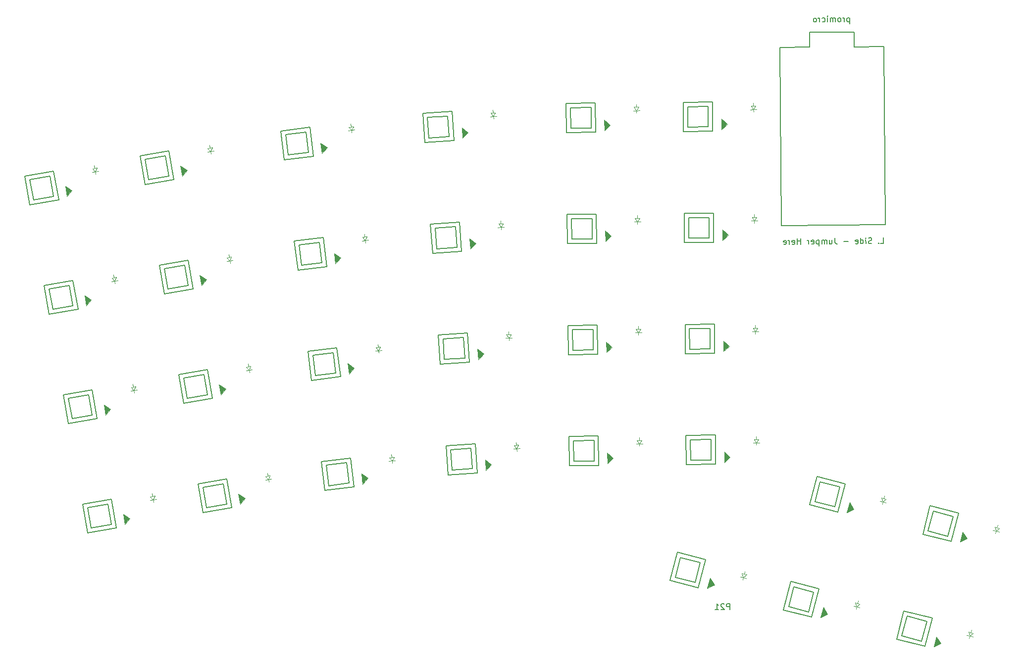
<source format=gbr>
%TF.GenerationSoftware,KiCad,Pcbnew,7.0.10-7.0.10~ubuntu22.04.1*%
%TF.CreationDate,2024-02-29T23:27:09-07:00*%
%TF.ProjectId,boardPcb,626f6172-6450-4636-922e-6b696361645f,v1.0.0*%
%TF.SameCoordinates,Original*%
%TF.FileFunction,Legend,Bot*%
%TF.FilePolarity,Positive*%
%FSLAX46Y46*%
G04 Gerber Fmt 4.6, Leading zero omitted, Abs format (unit mm)*
G04 Created by KiCad (PCBNEW 7.0.10-7.0.10~ubuntu22.04.1) date 2024-02-29 23:27:09*
%MOMM*%
%LPD*%
G01*
G04 APERTURE LIST*
%ADD10C,0.150000*%
%ADD11C,0.100000*%
G04 APERTURE END LIST*
D10*
X241725220Y-200021819D02*
X241725220Y-199021819D01*
X241725220Y-199021819D02*
X241344268Y-199021819D01*
X241344268Y-199021819D02*
X241249030Y-199069438D01*
X241249030Y-199069438D02*
X241201411Y-199117057D01*
X241201411Y-199117057D02*
X241153792Y-199212295D01*
X241153792Y-199212295D02*
X241153792Y-199355152D01*
X241153792Y-199355152D02*
X241201411Y-199450390D01*
X241201411Y-199450390D02*
X241249030Y-199498009D01*
X241249030Y-199498009D02*
X241344268Y-199545628D01*
X241344268Y-199545628D02*
X241725220Y-199545628D01*
X240772839Y-199117057D02*
X240725220Y-199069438D01*
X240725220Y-199069438D02*
X240629982Y-199021819D01*
X240629982Y-199021819D02*
X240391887Y-199021819D01*
X240391887Y-199021819D02*
X240296649Y-199069438D01*
X240296649Y-199069438D02*
X240249030Y-199117057D01*
X240249030Y-199117057D02*
X240201411Y-199212295D01*
X240201411Y-199212295D02*
X240201411Y-199307533D01*
X240201411Y-199307533D02*
X240249030Y-199450390D01*
X240249030Y-199450390D02*
X240820458Y-200021819D01*
X240820458Y-200021819D02*
X240201411Y-200021819D01*
X239249030Y-200021819D02*
X239820458Y-200021819D01*
X239534744Y-200021819D02*
X239534744Y-199021819D01*
X239534744Y-199021819D02*
X239629982Y-199164676D01*
X239629982Y-199164676D02*
X239725220Y-199259914D01*
X239725220Y-199259914D02*
X239820458Y-199307533D01*
X267521396Y-137398156D02*
X267997569Y-137394001D01*
X267997569Y-137394001D02*
X267988842Y-136394039D01*
X267187244Y-137305831D02*
X267140043Y-137353864D01*
X267140043Y-137353864D02*
X267188076Y-137401065D01*
X267188076Y-137401065D02*
X267235277Y-137353032D01*
X267235277Y-137353032D02*
X267187244Y-137305831D01*
X267187244Y-137305831D02*
X267188076Y-137401065D01*
X265997229Y-137363837D02*
X265854793Y-137412701D01*
X265854793Y-137412701D02*
X265616707Y-137414778D01*
X265616707Y-137414778D02*
X265521057Y-137367992D01*
X265521057Y-137367992D02*
X265473024Y-137320791D01*
X265473024Y-137320791D02*
X265424576Y-137225972D01*
X265424576Y-137225972D02*
X265423745Y-137130737D01*
X265423745Y-137130737D02*
X265470531Y-137035087D01*
X265470531Y-137035087D02*
X265517733Y-136987054D01*
X265517733Y-136987054D02*
X265612552Y-136938606D01*
X265612552Y-136938606D02*
X265802605Y-136889327D01*
X265802605Y-136889327D02*
X265897424Y-136840878D01*
X265897424Y-136840878D02*
X265944626Y-136792845D01*
X265944626Y-136792845D02*
X265991412Y-136697195D01*
X265991412Y-136697195D02*
X265990581Y-136601961D01*
X265990581Y-136601961D02*
X265942132Y-136507142D01*
X265942132Y-136507142D02*
X265894099Y-136459940D01*
X265894099Y-136459940D02*
X265798449Y-136413154D01*
X265798449Y-136413154D02*
X265560363Y-136415232D01*
X265560363Y-136415232D02*
X265417927Y-136464096D01*
X264997683Y-137420181D02*
X264991865Y-136753539D01*
X264988956Y-136420219D02*
X265036989Y-136467420D01*
X265036989Y-136467420D02*
X264989787Y-136515453D01*
X264989787Y-136515453D02*
X264941755Y-136468251D01*
X264941755Y-136468251D02*
X264988956Y-136420219D01*
X264988956Y-136420219D02*
X264989787Y-136515453D01*
X264092956Y-137428076D02*
X264084229Y-136428114D01*
X264092540Y-137380459D02*
X264188190Y-137427245D01*
X264188190Y-137427245D02*
X264378659Y-137425583D01*
X264378659Y-137425583D02*
X264473478Y-137377134D01*
X264473478Y-137377134D02*
X264520680Y-137329102D01*
X264520680Y-137329102D02*
X264567466Y-137233452D01*
X264567466Y-137233452D02*
X264564973Y-136947748D01*
X264564973Y-136947748D02*
X264516524Y-136852929D01*
X264516524Y-136852929D02*
X264468492Y-136805727D01*
X264468492Y-136805727D02*
X264372842Y-136758941D01*
X264372842Y-136758941D02*
X264182373Y-136760604D01*
X264182373Y-136760604D02*
X264087554Y-136809052D01*
X263235430Y-137387939D02*
X263331080Y-137434725D01*
X263331080Y-137434725D02*
X263521549Y-137433063D01*
X263521549Y-137433063D02*
X263616368Y-137384614D01*
X263616368Y-137384614D02*
X263663154Y-137288964D01*
X263663154Y-137288964D02*
X263659830Y-136908026D01*
X263659830Y-136908026D02*
X263611381Y-136813207D01*
X263611381Y-136813207D02*
X263515731Y-136766421D01*
X263515731Y-136766421D02*
X263325262Y-136768083D01*
X263325262Y-136768083D02*
X263230443Y-136816532D01*
X263230443Y-136816532D02*
X263183657Y-136912182D01*
X263183657Y-136912182D02*
X263184488Y-137007416D01*
X263184488Y-137007416D02*
X263661492Y-137098495D01*
X261994473Y-137065422D02*
X261232597Y-137072071D01*
X259703443Y-136466345D02*
X259709677Y-137180603D01*
X259709677Y-137180603D02*
X259758540Y-137323039D01*
X259758540Y-137323039D02*
X259854606Y-137417443D01*
X259854606Y-137417443D02*
X259997873Y-137463813D01*
X259997873Y-137463813D02*
X260093108Y-137462982D01*
X258801625Y-136807561D02*
X258807442Y-137474202D01*
X259230180Y-136803821D02*
X259234751Y-137327610D01*
X259234751Y-137327610D02*
X259187965Y-137423260D01*
X259187965Y-137423260D02*
X259093146Y-137471709D01*
X259093146Y-137471709D02*
X258950294Y-137472955D01*
X258950294Y-137472955D02*
X258854644Y-137426169D01*
X258854644Y-137426169D02*
X258806611Y-137378967D01*
X258331270Y-137478357D02*
X258325452Y-136811716D01*
X258326283Y-136906951D02*
X258278250Y-136859749D01*
X258278250Y-136859749D02*
X258182600Y-136812963D01*
X258182600Y-136812963D02*
X258039749Y-136814209D01*
X258039749Y-136814209D02*
X257944930Y-136862658D01*
X257944930Y-136862658D02*
X257898144Y-136958308D01*
X257898144Y-136958308D02*
X257902715Y-137482097D01*
X257898144Y-136958308D02*
X257849695Y-136863489D01*
X257849695Y-136863489D02*
X257754045Y-136816703D01*
X257754045Y-136816703D02*
X257611194Y-136817949D01*
X257611194Y-136817949D02*
X257516375Y-136866398D01*
X257516375Y-136866398D02*
X257469589Y-136962048D01*
X257469589Y-136962048D02*
X257474160Y-137485837D01*
X256992170Y-136823352D02*
X257000896Y-137823313D01*
X256992585Y-136870969D02*
X256896935Y-136824183D01*
X256896935Y-136824183D02*
X256706466Y-136825845D01*
X256706466Y-136825845D02*
X256611648Y-136874293D01*
X256611648Y-136874293D02*
X256564446Y-136922326D01*
X256564446Y-136922326D02*
X256517660Y-137017976D01*
X256517660Y-137017976D02*
X256520153Y-137303679D01*
X256520153Y-137303679D02*
X256568601Y-137398498D01*
X256568601Y-137398498D02*
X256616634Y-137445700D01*
X256616634Y-137445700D02*
X256712284Y-137492486D01*
X256712284Y-137492486D02*
X256902753Y-137490824D01*
X256902753Y-137490824D02*
X256997572Y-137442376D01*
X255711907Y-137453595D02*
X255807557Y-137500382D01*
X255807557Y-137500382D02*
X255998026Y-137498719D01*
X255998026Y-137498719D02*
X256092844Y-137450271D01*
X256092844Y-137450271D02*
X256139631Y-137354621D01*
X256139631Y-137354621D02*
X256136306Y-136973683D01*
X256136306Y-136973683D02*
X256087858Y-136878864D01*
X256087858Y-136878864D02*
X255992208Y-136832078D01*
X255992208Y-136832078D02*
X255801739Y-136833740D01*
X255801739Y-136833740D02*
X255706920Y-136882189D01*
X255706920Y-136882189D02*
X255660134Y-136977839D01*
X255660134Y-136977839D02*
X255660965Y-137073073D01*
X255660965Y-137073073D02*
X256137968Y-137164152D01*
X255236150Y-137505368D02*
X255230332Y-136838727D01*
X255231994Y-137029196D02*
X255183546Y-136934377D01*
X255183546Y-136934377D02*
X255135513Y-136887175D01*
X255135513Y-136887175D02*
X255039863Y-136840389D01*
X255039863Y-136840389D02*
X254944629Y-136841220D01*
X253855249Y-137517419D02*
X253846523Y-136517457D01*
X253850678Y-136993629D02*
X253279271Y-136998616D01*
X253283842Y-137522406D02*
X253275116Y-136522444D01*
X252426317Y-137482268D02*
X252521967Y-137529054D01*
X252521967Y-137529054D02*
X252712436Y-137527392D01*
X252712436Y-137527392D02*
X252807255Y-137478944D01*
X252807255Y-137478944D02*
X252854041Y-137383294D01*
X252854041Y-137383294D02*
X252850716Y-137002356D01*
X252850716Y-137002356D02*
X252802268Y-136907537D01*
X252802268Y-136907537D02*
X252706618Y-136860751D01*
X252706618Y-136860751D02*
X252516149Y-136862413D01*
X252516149Y-136862413D02*
X252421330Y-136910861D01*
X252421330Y-136910861D02*
X252374544Y-137006512D01*
X252374544Y-137006512D02*
X252375375Y-137101746D01*
X252375375Y-137101746D02*
X252852378Y-137192825D01*
X251950560Y-137534041D02*
X251944742Y-136867400D01*
X251946404Y-137057869D02*
X251897956Y-136963050D01*
X251897956Y-136963050D02*
X251849923Y-136915848D01*
X251849923Y-136915848D02*
X251754273Y-136869062D01*
X251754273Y-136869062D02*
X251659039Y-136869893D01*
X250950182Y-137495150D02*
X251045832Y-137541936D01*
X251045832Y-137541936D02*
X251236301Y-137540274D01*
X251236301Y-137540274D02*
X251331120Y-137491826D01*
X251331120Y-137491826D02*
X251377906Y-137396176D01*
X251377906Y-137396176D02*
X251374582Y-137015238D01*
X251374582Y-137015238D02*
X251326133Y-136920419D01*
X251326133Y-136920419D02*
X251230483Y-136873633D01*
X251230483Y-136873633D02*
X251040014Y-136875295D01*
X251040014Y-136875295D02*
X250945195Y-136923744D01*
X250945195Y-136923744D02*
X250898409Y-137019394D01*
X250898409Y-137019394D02*
X250899240Y-137114628D01*
X250899240Y-137114628D02*
X251376244Y-137205707D01*
X262207969Y-98776387D02*
X262216695Y-99776349D01*
X262208384Y-98824004D02*
X262112734Y-98777218D01*
X262112734Y-98777218D02*
X261922265Y-98778880D01*
X261922265Y-98778880D02*
X261827446Y-98827329D01*
X261827446Y-98827329D02*
X261780245Y-98875361D01*
X261780245Y-98875361D02*
X261733458Y-98971011D01*
X261733458Y-98971011D02*
X261735952Y-99256715D01*
X261735952Y-99256715D02*
X261784400Y-99351534D01*
X261784400Y-99351534D02*
X261832433Y-99398735D01*
X261832433Y-99398735D02*
X261928083Y-99445522D01*
X261928083Y-99445522D02*
X262118552Y-99443859D01*
X262118552Y-99443859D02*
X262213371Y-99395411D01*
X261309059Y-99450924D02*
X261303241Y-98784282D01*
X261304903Y-98974751D02*
X261256455Y-98879932D01*
X261256455Y-98879932D02*
X261208422Y-98832731D01*
X261208422Y-98832731D02*
X261112772Y-98785945D01*
X261112772Y-98785945D02*
X261017538Y-98786776D01*
X260547183Y-99457573D02*
X260642002Y-99409124D01*
X260642002Y-99409124D02*
X260689203Y-99361091D01*
X260689203Y-99361091D02*
X260735989Y-99265441D01*
X260735989Y-99265441D02*
X260733496Y-98979738D01*
X260733496Y-98979738D02*
X260685048Y-98884919D01*
X260685048Y-98884919D02*
X260637015Y-98837717D01*
X260637015Y-98837717D02*
X260541365Y-98790931D01*
X260541365Y-98790931D02*
X260398513Y-98792178D01*
X260398513Y-98792178D02*
X260303694Y-98840626D01*
X260303694Y-98840626D02*
X260256493Y-98888659D01*
X260256493Y-98888659D02*
X260209706Y-98984309D01*
X260209706Y-98984309D02*
X260212200Y-99270012D01*
X260212200Y-99270012D02*
X260260648Y-99364831D01*
X260260648Y-99364831D02*
X260308681Y-99412033D01*
X260308681Y-99412033D02*
X260404331Y-99458819D01*
X260404331Y-99458819D02*
X260547183Y-99457573D01*
X259785307Y-99464221D02*
X259779489Y-98797580D01*
X259780320Y-98892815D02*
X259732287Y-98845613D01*
X259732287Y-98845613D02*
X259636637Y-98798827D01*
X259636637Y-98798827D02*
X259493786Y-98800073D01*
X259493786Y-98800073D02*
X259398967Y-98848522D01*
X259398967Y-98848522D02*
X259352181Y-98944172D01*
X259352181Y-98944172D02*
X259356752Y-99467961D01*
X259352181Y-98944172D02*
X259303732Y-98849353D01*
X259303732Y-98849353D02*
X259208082Y-98802567D01*
X259208082Y-98802567D02*
X259065231Y-98803813D01*
X259065231Y-98803813D02*
X258970412Y-98852262D01*
X258970412Y-98852262D02*
X258923626Y-98947912D01*
X258923626Y-98947912D02*
X258928197Y-99471701D01*
X258452025Y-99475857D02*
X258446207Y-98809215D01*
X258443298Y-98475895D02*
X258491331Y-98523096D01*
X258491331Y-98523096D02*
X258444129Y-98571129D01*
X258444129Y-98571129D02*
X258396096Y-98523928D01*
X258396096Y-98523928D02*
X258443298Y-98475895D01*
X258443298Y-98475895D02*
X258444129Y-98571129D01*
X257546882Y-99436135D02*
X257642532Y-99482921D01*
X257642532Y-99482921D02*
X257833001Y-99481259D01*
X257833001Y-99481259D02*
X257927820Y-99432810D01*
X257927820Y-99432810D02*
X257975022Y-99384778D01*
X257975022Y-99384778D02*
X258021808Y-99289128D01*
X258021808Y-99289128D02*
X258019314Y-99003424D01*
X258019314Y-99003424D02*
X257970866Y-98908605D01*
X257970866Y-98908605D02*
X257922833Y-98861404D01*
X257922833Y-98861404D02*
X257827183Y-98814618D01*
X257827183Y-98814618D02*
X257636714Y-98816280D01*
X257636714Y-98816280D02*
X257541895Y-98864728D01*
X257118742Y-99487492D02*
X257112925Y-98820851D01*
X257114587Y-99011320D02*
X257066138Y-98916501D01*
X257066138Y-98916501D02*
X257018106Y-98869299D01*
X257018106Y-98869299D02*
X256922456Y-98822513D01*
X256922456Y-98822513D02*
X256827221Y-98823344D01*
X256356866Y-99494141D02*
X256451685Y-99445693D01*
X256451685Y-99445693D02*
X256498887Y-99397660D01*
X256498887Y-99397660D02*
X256545673Y-99302010D01*
X256545673Y-99302010D02*
X256543180Y-99016306D01*
X256543180Y-99016306D02*
X256494731Y-98921487D01*
X256494731Y-98921487D02*
X256446699Y-98874286D01*
X256446699Y-98874286D02*
X256351048Y-98827500D01*
X256351048Y-98827500D02*
X256208197Y-98828746D01*
X256208197Y-98828746D02*
X256113378Y-98877195D01*
X256113378Y-98877195D02*
X256066176Y-98925227D01*
X256066176Y-98925227D02*
X256019390Y-99020877D01*
X256019390Y-99020877D02*
X256021883Y-99306581D01*
X256021883Y-99306581D02*
X256070332Y-99401400D01*
X256070332Y-99401400D02*
X256118364Y-99448601D01*
X256118364Y-99448601D02*
X256214014Y-99495388D01*
X256214014Y-99495388D02*
X256356866Y-99494141D01*
D11*
%TO.C,D17*%
X226274638Y-172054598D02*
X226271147Y-171654614D01*
X226271147Y-171654614D02*
X225721168Y-171659413D01*
X226271147Y-171654614D02*
X226821126Y-171649814D01*
X226271147Y-171654614D02*
X225865927Y-171058127D01*
X225865927Y-171058127D02*
X226665896Y-171051146D01*
X226265911Y-171054637D02*
X226261548Y-170554656D01*
X226665896Y-171051146D02*
X226271147Y-171654614D01*
%TO.C,D3*%
X136618634Y-144217410D02*
X136549175Y-143823487D01*
X136549175Y-143823487D02*
X136007531Y-143918993D01*
X136549175Y-143823487D02*
X137090819Y-143727980D01*
X136549175Y-143823487D02*
X136051063Y-143302061D01*
X136051063Y-143302061D02*
X136838909Y-143163143D01*
X136444986Y-143232602D02*
X136358162Y-142740198D01*
X136838909Y-143163143D02*
X136549175Y-143823487D01*
%TO.C,D15*%
X202658094Y-135001475D02*
X202630192Y-134602449D01*
X202630192Y-134602449D02*
X202081532Y-134640815D01*
X202630192Y-134602449D02*
X203178852Y-134564083D01*
X202630192Y-134602449D02*
X202189312Y-134031814D01*
X202189312Y-134031814D02*
X202987364Y-133976008D01*
X202588338Y-134003911D02*
X202553460Y-133505129D01*
X202987364Y-133976008D02*
X202630192Y-134602449D01*
D10*
%TO.C,LED17*%
X214259823Y-170409384D02*
X214303456Y-175409193D01*
X214303456Y-175409193D02*
X219303265Y-175365560D01*
X215016339Y-171152810D02*
X215046882Y-174652677D01*
X215046882Y-174652677D02*
X218546749Y-174622134D01*
X218516206Y-171122267D02*
X215016339Y-171152810D01*
X218546749Y-174622134D02*
X218516206Y-171122267D01*
X219259632Y-170365751D02*
X214259823Y-170409384D01*
X219303265Y-175365560D02*
X219259632Y-170365751D01*
D11*
X221792589Y-174131290D02*
X220800590Y-175052482D01*
X220784664Y-173227552D01*
X221792589Y-174131290D01*
G36*
X221792589Y-174131290D02*
G01*
X220800590Y-175052482D01*
X220784664Y-173227552D01*
X221792589Y-174131290D01*
G37*
%TO.C,D22*%
X246108072Y-152880790D02*
X246104581Y-152480806D01*
X246104581Y-152480806D02*
X245554602Y-152485605D01*
X246104581Y-152480806D02*
X246654560Y-152476006D01*
X246104581Y-152480806D02*
X245699361Y-151884319D01*
X245699361Y-151884319D02*
X246499330Y-151877338D01*
X246099345Y-151880829D02*
X246094982Y-151380848D01*
X246499330Y-151877338D02*
X246104581Y-152480806D01*
%TO.C,D28*%
X267809821Y-181989447D02*
X267909973Y-181602188D01*
X267909973Y-181602188D02*
X267377492Y-181464479D01*
X267909973Y-181602188D02*
X268442454Y-181739897D01*
X267909973Y-181602188D02*
X267672942Y-180921147D01*
X267672942Y-180921147D02*
X268447460Y-181121451D01*
X268060201Y-181021299D02*
X268185391Y-180537225D01*
X268447460Y-181121451D02*
X267909973Y-181602188D01*
D10*
%TO.C,LED24*%
X233761649Y-113237023D02*
X233805282Y-118236832D01*
X233805282Y-118236832D02*
X238805091Y-118193199D01*
X234518165Y-113980449D02*
X234548708Y-117480316D01*
X234548708Y-117480316D02*
X238048575Y-117449773D01*
X238018032Y-113949906D02*
X234518165Y-113980449D01*
X238048575Y-117449773D02*
X238018032Y-113949906D01*
X238761458Y-113193390D02*
X233761649Y-113237023D01*
X238805091Y-118193199D02*
X238761458Y-113193390D01*
D11*
X241294415Y-116958929D02*
X240302416Y-117880121D01*
X240286490Y-116055191D01*
X241294415Y-116958929D01*
G36*
X241294415Y-116958929D02*
G01*
X240302416Y-117880121D01*
X240286490Y-116055191D01*
X241294415Y-116958929D01*
G37*
%TO.C,D6*%
X159614105Y-159455794D02*
X159544646Y-159061871D01*
X159544646Y-159061871D02*
X159003002Y-159157377D01*
X159544646Y-159061871D02*
X160086290Y-158966364D01*
X159544646Y-159061871D02*
X159046534Y-158540445D01*
X159046534Y-158540445D02*
X159834380Y-158401527D01*
X159440457Y-158470986D02*
X159353633Y-157978582D01*
X159834380Y-158401527D02*
X159544646Y-159061871D01*
%TO.C,D23*%
X245942268Y-133881514D02*
X245938777Y-133481530D01*
X245938777Y-133481530D02*
X245388798Y-133486329D01*
X245938777Y-133481530D02*
X246488756Y-133476730D01*
X245938777Y-133481530D02*
X245533557Y-132885043D01*
X245533557Y-132885043D02*
X246333526Y-132878062D01*
X245933541Y-132881553D02*
X245929178Y-132381572D01*
X246333526Y-132878062D02*
X245938777Y-133481530D01*
D10*
%TO.C,LED6*%
X147492527Y-159816158D02*
X148360768Y-164740197D01*
X148360768Y-164740197D02*
X153284807Y-163871956D01*
X148361369Y-160424528D02*
X148969138Y-163871355D01*
X148969138Y-163871355D02*
X152415965Y-163263586D01*
X151808196Y-159816759D02*
X148361369Y-160424528D01*
X152415965Y-163263586D02*
X151808196Y-159816759D01*
X152416566Y-158947917D02*
X147492527Y-159816158D01*
X153284807Y-163871956D02*
X152416566Y-158947917D01*
D11*
X155536278Y-162243756D02*
X154709924Y-163316041D01*
X154393016Y-161518767D01*
X155536278Y-162243756D01*
G36*
X155536278Y-162243756D02*
G01*
X154709924Y-163316041D01*
X154393016Y-161518767D01*
X155536278Y-162243756D01*
G37*
%TO.C,D21*%
X246273876Y-171880067D02*
X246270385Y-171480083D01*
X246270385Y-171480083D02*
X245720406Y-171484882D01*
X246270385Y-171480083D02*
X246820364Y-171475283D01*
X246270385Y-171480083D02*
X245865165Y-170883596D01*
X245865165Y-170883596D02*
X246665134Y-170876615D01*
X246265149Y-170880106D02*
X246260786Y-170380125D01*
X246665134Y-170876615D02*
X246270385Y-171480083D01*
%TO.C,D29*%
X287172774Y-186997047D02*
X287272926Y-186609788D01*
X287272926Y-186609788D02*
X286740445Y-186472079D01*
X287272926Y-186609788D02*
X287805407Y-186747497D01*
X287272926Y-186609788D02*
X287035895Y-185928747D01*
X287035895Y-185928747D02*
X287810413Y-186129051D01*
X287423154Y-186028899D02*
X287548344Y-185544825D01*
X287810413Y-186129051D02*
X287272926Y-186609788D01*
%TO.C,D12*%
X177095732Y-118407813D02*
X177046984Y-118010794D01*
X177046984Y-118010794D02*
X176501084Y-118077822D01*
X177046984Y-118010794D02*
X177592885Y-117943766D01*
X177046984Y-118010794D02*
X176576844Y-117464014D01*
X176576844Y-117464014D02*
X177370881Y-117366519D01*
X176973863Y-117415266D02*
X176912928Y-116918993D01*
X177370881Y-117366519D02*
X177046984Y-118010794D01*
%TO.C,D2*%
X139917950Y-162928757D02*
X139848491Y-162534834D01*
X139848491Y-162534834D02*
X139306847Y-162630340D01*
X139848491Y-162534834D02*
X140390135Y-162439327D01*
X139848491Y-162534834D02*
X139350379Y-162013408D01*
X139350379Y-162013408D02*
X140138225Y-161874490D01*
X139744302Y-161943949D02*
X139657478Y-161451545D01*
X140138225Y-161874490D02*
X139848491Y-162534834D01*
D10*
%TO.C,LED10*%
X169602942Y-155850043D02*
X170212289Y-160812774D01*
X170212289Y-160812774D02*
X175175020Y-160203427D01*
X170438754Y-156503051D02*
X170865297Y-159976962D01*
X170865297Y-159976962D02*
X174339208Y-159550419D01*
X173912665Y-156076508D02*
X170438754Y-156503051D01*
X174339208Y-159550419D02*
X173912665Y-156076508D01*
X174565673Y-155240696D02*
X169602942Y-155850043D01*
X175175020Y-160203427D02*
X174565673Y-155240696D01*
D11*
X177508619Y-158695291D02*
X176627278Y-159722859D01*
X176404867Y-157911462D01*
X177508619Y-158695291D01*
G36*
X177508619Y-158695291D02*
G01*
X176627278Y-159722859D01*
X176404867Y-157911462D01*
X177508619Y-158695291D01*
G37*
D10*
%TO.C,LED11*%
X167287424Y-136991666D02*
X167896771Y-141954397D01*
X167896771Y-141954397D02*
X172859502Y-141345050D01*
X168123236Y-137644674D02*
X168549779Y-141118585D01*
X168549779Y-141118585D02*
X172023690Y-140692042D01*
X171597147Y-137218131D02*
X168123236Y-137644674D01*
X172023690Y-140692042D02*
X171597147Y-137218131D01*
X172250155Y-136382319D02*
X167287424Y-136991666D01*
X172859502Y-141345050D02*
X172250155Y-136382319D01*
D11*
X175193101Y-139836914D02*
X174311760Y-140864482D01*
X174089349Y-139053085D01*
X175193101Y-139836914D01*
G36*
X175193101Y-139836914D02*
G01*
X174311760Y-140864482D01*
X174089349Y-139053085D01*
X175193101Y-139836914D01*
G37*
D10*
%TO.C,LED28*%
X256630214Y-177290628D02*
X255378314Y-182131366D01*
X255378314Y-182131366D02*
X260219052Y-183383266D01*
X257168540Y-178204524D02*
X256292210Y-181593040D01*
X256292210Y-181593040D02*
X259680726Y-182469370D01*
X260557056Y-179080854D02*
X257168540Y-178204524D01*
X259680726Y-182469370D02*
X260557056Y-179080854D01*
X261470952Y-178542528D02*
X256630214Y-177290628D01*
X260219052Y-183383266D02*
X261470952Y-178542528D01*
D11*
X262943007Y-182835337D02*
X261746388Y-183468392D01*
X262203331Y-181701522D01*
X262943007Y-182835337D01*
G36*
X262943007Y-182835337D02*
G01*
X261746388Y-183468392D01*
X262203331Y-181701522D01*
X262943007Y-182835337D01*
G37*
D10*
%TO.C,LED18*%
X214094019Y-151410107D02*
X214137652Y-156409916D01*
X214137652Y-156409916D02*
X219137461Y-156366283D01*
X214850535Y-152153533D02*
X214881078Y-155653400D01*
X214881078Y-155653400D02*
X218380945Y-155622857D01*
X218350402Y-152122990D02*
X214850535Y-152153533D01*
X218380945Y-155622857D02*
X218350402Y-152122990D01*
X219093828Y-151366474D02*
X214094019Y-151410107D01*
X219137461Y-156366283D02*
X219093828Y-151366474D01*
D11*
X221626785Y-155132013D02*
X220634786Y-156053205D01*
X220618860Y-154228275D01*
X221626785Y-155132013D01*
G36*
X221626785Y-155132013D02*
G01*
X220634786Y-156053205D01*
X220618860Y-154228275D01*
X221626785Y-155132013D01*
G37*
%TO.C,D19*%
X225943029Y-134056045D02*
X225939538Y-133656061D01*
X225939538Y-133656061D02*
X225389559Y-133660860D01*
X225939538Y-133656061D02*
X226489517Y-133651261D01*
X225939538Y-133656061D02*
X225534318Y-133059574D01*
X225534318Y-133059574D02*
X226334287Y-133052593D01*
X225934302Y-133056084D02*
X225929939Y-132556103D01*
X226334287Y-133052593D02*
X225939538Y-133656061D01*
D10*
%TO.C,LED26*%
X252139340Y-195248064D02*
X250887440Y-200088802D01*
X250887440Y-200088802D02*
X255728178Y-201340702D01*
X252677666Y-196161960D02*
X251801336Y-199550476D01*
X251801336Y-199550476D02*
X255189852Y-200426806D01*
X256066182Y-197038290D02*
X252677666Y-196161960D01*
X255189852Y-200426806D02*
X256066182Y-197038290D01*
X256980078Y-196499964D02*
X252139340Y-195248064D01*
X255728178Y-201340702D02*
X256980078Y-196499964D01*
D11*
X258452133Y-200792773D02*
X257255514Y-201425828D01*
X257712457Y-199658958D01*
X258452133Y-200792773D01*
G36*
X258452133Y-200792773D02*
G01*
X257255514Y-201425828D01*
X257712457Y-199658958D01*
X258452133Y-200792773D01*
G37*
%TO.C,D25*%
X243955994Y-194939282D02*
X244056146Y-194552023D01*
X244056146Y-194552023D02*
X243523665Y-194414314D01*
X244056146Y-194552023D02*
X244588627Y-194689732D01*
X244056146Y-194552023D02*
X243819115Y-193870982D01*
X243819115Y-193870982D02*
X244593633Y-194071286D01*
X244206374Y-193971134D02*
X244331564Y-193487060D01*
X244593633Y-194071286D02*
X244056146Y-194552023D01*
D10*
%TO.C,LED25*%
X232776387Y-190240464D02*
X231524487Y-195081202D01*
X231524487Y-195081202D02*
X236365225Y-196333102D01*
X233314713Y-191154360D02*
X232438383Y-194542876D01*
X232438383Y-194542876D02*
X235826899Y-195419206D01*
X236703229Y-192030690D02*
X233314713Y-191154360D01*
X235826899Y-195419206D02*
X236703229Y-192030690D01*
X237617125Y-191492364D02*
X232776387Y-190240464D01*
X236365225Y-196333102D02*
X237617125Y-191492364D01*
D11*
X239089180Y-195785173D02*
X237892561Y-196418228D01*
X238349504Y-194651358D01*
X239089180Y-195785173D01*
G36*
X239089180Y-195785173D02*
G01*
X237892561Y-196418228D01*
X238349504Y-194651358D01*
X239089180Y-195785173D01*
G37*
D10*
%TO.C,LED12*%
X164971907Y-118133289D02*
X165581254Y-123096020D01*
X165581254Y-123096020D02*
X170543985Y-122486673D01*
X165807719Y-118786297D02*
X166234262Y-122260208D01*
X166234262Y-122260208D02*
X169708173Y-121833665D01*
X169281630Y-118359754D02*
X165807719Y-118786297D01*
X169708173Y-121833665D02*
X169281630Y-118359754D01*
X169934638Y-117523942D02*
X164971907Y-118133289D01*
X170543985Y-122486673D02*
X169934638Y-117523942D01*
D11*
X172877584Y-120978537D02*
X171996243Y-122006105D01*
X171773832Y-120194708D01*
X172877584Y-120978537D01*
G36*
X172877584Y-120978537D02*
G01*
X171996243Y-122006105D01*
X171773832Y-120194708D01*
X172877584Y-120978537D01*
G37*
D10*
%TO.C,LED2*%
X127796372Y-163289121D02*
X128664613Y-168213160D01*
X128664613Y-168213160D02*
X133588652Y-167344919D01*
X128665214Y-163897491D02*
X129272983Y-167344318D01*
X129272983Y-167344318D02*
X132719810Y-166736549D01*
X132112041Y-163289722D02*
X128665214Y-163897491D01*
X132719810Y-166736549D02*
X132112041Y-163289722D01*
X132720411Y-162420880D02*
X127796372Y-163289121D01*
X133588652Y-167344919D02*
X132720411Y-162420880D01*
D11*
X135840123Y-165716719D02*
X135013769Y-166789004D01*
X134696861Y-164991730D01*
X135840123Y-165716719D01*
G36*
X135840123Y-165716719D02*
G01*
X135013769Y-166789004D01*
X134696861Y-164991730D01*
X135840123Y-165716719D01*
G37*
D10*
%TO.C,LED19*%
X213928215Y-132410831D02*
X213971848Y-137410640D01*
X213971848Y-137410640D02*
X218971657Y-137367007D01*
X214684731Y-133154257D02*
X214715274Y-136654124D01*
X214715274Y-136654124D02*
X218215141Y-136623581D01*
X218184598Y-133123714D02*
X214684731Y-133154257D01*
X218215141Y-136623581D02*
X218184598Y-133123714D01*
X218928024Y-132367198D02*
X213928215Y-132410831D01*
X218971657Y-137367007D02*
X218928024Y-132367198D01*
D11*
X221460981Y-136132737D02*
X220468982Y-137053929D01*
X220453056Y-135228999D01*
X221460981Y-136132737D01*
G36*
X221460981Y-136132737D02*
G01*
X220468982Y-137053929D01*
X220453056Y-135228999D01*
X221460981Y-136132737D01*
G37*
%TO.C,D26*%
X263318947Y-199946882D02*
X263419099Y-199559623D01*
X263419099Y-199559623D02*
X262886618Y-199421914D01*
X263419099Y-199559623D02*
X263951580Y-199697332D01*
X263419099Y-199559623D02*
X263182068Y-198878582D01*
X263182068Y-198878582D02*
X263956586Y-199078886D01*
X263569327Y-198978734D02*
X263694517Y-198494660D01*
X263956586Y-199078886D02*
X263419099Y-199559623D01*
D10*
%TO.C,LED3*%
X124497057Y-144577774D02*
X125365298Y-149501813D01*
X125365298Y-149501813D02*
X130289337Y-148633572D01*
X125365899Y-145186144D02*
X125973668Y-148632971D01*
X125973668Y-148632971D02*
X129420495Y-148025202D01*
X128812726Y-144578375D02*
X125365899Y-145186144D01*
X129420495Y-148025202D02*
X128812726Y-144578375D01*
X129421096Y-143709533D02*
X124497057Y-144577774D01*
X130289337Y-148633572D02*
X129421096Y-143709533D01*
D11*
X132540808Y-147005372D02*
X131714454Y-148077657D01*
X131397546Y-146280383D01*
X132540808Y-147005372D01*
G36*
X132540808Y-147005372D02*
G01*
X131714454Y-148077657D01*
X131397546Y-146280383D01*
X132540808Y-147005372D01*
G37*
%TO.C,D1*%
X143217265Y-181640104D02*
X143147806Y-181246181D01*
X143147806Y-181246181D02*
X142606162Y-181341687D01*
X143147806Y-181246181D02*
X143689450Y-181150674D01*
X143147806Y-181246181D02*
X142649694Y-180724755D01*
X142649694Y-180724755D02*
X143437540Y-180585837D01*
X143043617Y-180655296D02*
X142956793Y-180162892D01*
X143437540Y-180585837D02*
X143147806Y-181246181D01*
%TO.C,D13*%
X205308840Y-172908909D02*
X205280938Y-172509883D01*
X205280938Y-172509883D02*
X204732278Y-172548249D01*
X205280938Y-172509883D02*
X205829598Y-172471517D01*
X205280938Y-172509883D02*
X204840058Y-171939248D01*
X204840058Y-171939248D02*
X205638110Y-171883442D01*
X205239084Y-171911345D02*
X205204206Y-171412563D01*
X205638110Y-171883442D02*
X205280938Y-172509883D01*
D10*
%TO.C,LED20*%
X213762411Y-113411554D02*
X213806044Y-118411363D01*
X213806044Y-118411363D02*
X218805853Y-118367730D01*
X214518927Y-114154980D02*
X214549470Y-117654847D01*
X214549470Y-117654847D02*
X218049337Y-117624304D01*
X218018794Y-114124437D02*
X214518927Y-114154980D01*
X218049337Y-117624304D02*
X218018794Y-114124437D01*
X218762220Y-113367921D02*
X213762411Y-113411554D01*
X218805853Y-118367730D02*
X218762220Y-113367921D01*
D11*
X221295177Y-117133460D02*
X220303178Y-118054652D01*
X220287252Y-116229722D01*
X221295177Y-117133460D01*
G36*
X221295177Y-117133460D02*
G01*
X220303178Y-118054652D01*
X220287252Y-116229722D01*
X221295177Y-117133460D01*
G37*
D10*
%TO.C,*%
X250290383Y-103852427D02*
X250556368Y-134331267D01*
X250556368Y-134331267D02*
X268335691Y-134176109D01*
X255348024Y-101268193D02*
X255370190Y-103808096D01*
X255370190Y-103808096D02*
X250290383Y-103852427D01*
X262967734Y-101201697D02*
X255348024Y-101268193D01*
X262989900Y-103741600D02*
X262967734Y-101201697D01*
X268069706Y-103697269D02*
X262989900Y-103741600D01*
X268335691Y-134176109D02*
X268069706Y-103697269D01*
D11*
%TO.C,D20*%
X225777225Y-115056768D02*
X225773734Y-114656784D01*
X225773734Y-114656784D02*
X225223755Y-114661583D01*
X225773734Y-114656784D02*
X226323713Y-114651984D01*
X225773734Y-114656784D02*
X225368514Y-114060297D01*
X225368514Y-114060297D02*
X226168483Y-114053316D01*
X225768498Y-114056807D02*
X225764135Y-113556826D01*
X226168483Y-114053316D02*
X225773734Y-114656784D01*
D10*
%TO.C,LED5*%
X150791843Y-178527505D02*
X151660084Y-183451544D01*
X151660084Y-183451544D02*
X156584123Y-182583303D01*
X151660685Y-179135875D02*
X152268454Y-182582702D01*
X152268454Y-182582702D02*
X155715281Y-181974933D01*
X155107512Y-178528106D02*
X151660685Y-179135875D01*
X155715281Y-181974933D02*
X155107512Y-178528106D01*
X155715882Y-177659264D02*
X150791843Y-178527505D01*
X156584123Y-182583303D02*
X155715882Y-177659264D01*
D11*
X158835594Y-180955103D02*
X158009240Y-182027388D01*
X157692332Y-180230114D01*
X158835594Y-180955103D01*
G36*
X158835594Y-180955103D02*
G01*
X158009240Y-182027388D01*
X157692332Y-180230114D01*
X158835594Y-180955103D01*
G37*
%TO.C,D14*%
X203983467Y-153955192D02*
X203955565Y-153556166D01*
X203955565Y-153556166D02*
X203406905Y-153594532D01*
X203955565Y-153556166D02*
X204504225Y-153517800D01*
X203955565Y-153556166D02*
X203514685Y-152985531D01*
X203514685Y-152985531D02*
X204312737Y-152929725D01*
X203913711Y-152957628D02*
X203878833Y-152458846D01*
X204312737Y-152929725D02*
X203955565Y-153556166D01*
D10*
%TO.C,LED1*%
X131095688Y-182000469D02*
X131963929Y-186924508D01*
X131963929Y-186924508D02*
X136887968Y-186056267D01*
X131964530Y-182608839D02*
X132572299Y-186055666D01*
X132572299Y-186055666D02*
X136019126Y-185447897D01*
X135411357Y-182001070D02*
X131964530Y-182608839D01*
X136019126Y-185447897D02*
X135411357Y-182001070D01*
X136019727Y-181132228D02*
X131095688Y-182000469D01*
X136887968Y-186056267D02*
X136019727Y-181132228D01*
D11*
X139139439Y-184428067D02*
X138313085Y-185500352D01*
X137996177Y-183703078D01*
X139139439Y-184428067D01*
G36*
X139139439Y-184428067D02*
G01*
X138313085Y-185500352D01*
X137996177Y-183703078D01*
X139139439Y-184428067D01*
G37*
%TO.C,D8*%
X153015474Y-122033099D02*
X152946015Y-121639176D01*
X152946015Y-121639176D02*
X152404371Y-121734682D01*
X152946015Y-121639176D02*
X153487659Y-121543669D01*
X152946015Y-121639176D02*
X152447903Y-121117750D01*
X152447903Y-121117750D02*
X153235749Y-120978832D01*
X152841826Y-121048291D02*
X152755002Y-120555887D01*
X153235749Y-120978832D02*
X152946015Y-121639176D01*
D10*
%TO.C,LED8*%
X140893897Y-122393463D02*
X141762138Y-127317502D01*
X141762138Y-127317502D02*
X146686177Y-126449261D01*
X141762739Y-123001833D02*
X142370508Y-126448660D01*
X142370508Y-126448660D02*
X145817335Y-125840891D01*
X145209566Y-122394064D02*
X141762739Y-123001833D01*
X145817335Y-125840891D02*
X145209566Y-122394064D01*
X145817936Y-121525222D02*
X140893897Y-122393463D01*
X146686177Y-126449261D02*
X145817936Y-121525222D01*
D11*
X148937648Y-124821061D02*
X148111294Y-125893346D01*
X147794386Y-124096072D01*
X148937648Y-124821061D01*
G36*
X148937648Y-124821061D02*
G01*
X148111294Y-125893346D01*
X147794386Y-124096072D01*
X148937648Y-124821061D01*
G37*
D10*
%TO.C,LED16*%
X189239879Y-115139098D02*
X189588661Y-120126918D01*
X189588661Y-120126918D02*
X194576481Y-119778136D01*
X190040369Y-115834954D02*
X190284517Y-119326428D01*
X190284517Y-119326428D02*
X193775991Y-119082280D01*
X193531843Y-115590806D02*
X190040369Y-115834954D01*
X193775991Y-119082280D02*
X193531843Y-115590806D01*
X194227699Y-114790316D02*
X189239879Y-115139098D01*
X194576481Y-119778136D02*
X194227699Y-114790316D01*
D11*
X196985812Y-118394198D02*
X196051900Y-119374232D01*
X195924595Y-117553678D01*
X196985812Y-118394198D01*
G36*
X196985812Y-118394198D02*
G01*
X196051900Y-119374232D01*
X195924595Y-117553678D01*
X196985812Y-118394198D01*
G37*
D10*
%TO.C,LED29*%
X275993167Y-182298228D02*
X274741267Y-187138966D01*
X274741267Y-187138966D02*
X279582005Y-188390866D01*
X276531493Y-183212124D02*
X275655163Y-186600640D01*
X275655163Y-186600640D02*
X279043679Y-187476970D01*
X279920009Y-184088454D02*
X276531493Y-183212124D01*
X279043679Y-187476970D02*
X279920009Y-184088454D01*
X280833905Y-183550128D02*
X275993167Y-182298228D01*
X279582005Y-188390866D02*
X280833905Y-183550128D01*
D11*
X282305960Y-187842937D02*
X281109341Y-188475992D01*
X281566284Y-186709122D01*
X282305960Y-187842937D01*
G36*
X282305960Y-187842937D02*
G01*
X281109341Y-188475992D01*
X281566284Y-186709122D01*
X282305960Y-187842937D01*
G37*
D10*
%TO.C,LED13*%
X193215998Y-172000249D02*
X193564780Y-176988069D01*
X193564780Y-176988069D02*
X198552600Y-176639287D01*
X194016488Y-172696105D02*
X194260636Y-176187579D01*
X194260636Y-176187579D02*
X197752110Y-175943431D01*
X197507962Y-172451957D02*
X194016488Y-172696105D01*
X197752110Y-175943431D02*
X197507962Y-172451957D01*
X198203818Y-171651467D02*
X193215998Y-172000249D01*
X198552600Y-176639287D02*
X198203818Y-171651467D01*
D11*
X200961931Y-175255349D02*
X200028019Y-176235383D01*
X199900714Y-174414829D01*
X200961931Y-175255349D01*
G36*
X200961931Y-175255349D02*
G01*
X200028019Y-176235383D01*
X199900714Y-174414829D01*
X200961931Y-175255349D01*
G37*
%TO.C,D7*%
X156314789Y-140744446D02*
X156245330Y-140350523D01*
X156245330Y-140350523D02*
X155703686Y-140446029D01*
X156245330Y-140350523D02*
X156786974Y-140255016D01*
X156245330Y-140350523D02*
X155747218Y-139829097D01*
X155747218Y-139829097D02*
X156535064Y-139690179D01*
X156141141Y-139759638D02*
X156054317Y-139267234D01*
X156535064Y-139690179D02*
X156245330Y-140350523D01*
D10*
%TO.C,LED27*%
X271502293Y-200255664D02*
X270250393Y-205096402D01*
X270250393Y-205096402D02*
X275091131Y-206348302D01*
X272040619Y-201169560D02*
X271164289Y-204558076D01*
X271164289Y-204558076D02*
X274552805Y-205434406D01*
X275429135Y-202045890D02*
X272040619Y-201169560D01*
X274552805Y-205434406D02*
X275429135Y-202045890D01*
X276343031Y-201507564D02*
X271502293Y-200255664D01*
X275091131Y-206348302D02*
X276343031Y-201507564D01*
D11*
X277815086Y-205800373D02*
X276618467Y-206433428D01*
X277075410Y-204666558D01*
X277815086Y-205800373D01*
G36*
X277815086Y-205800373D02*
G01*
X276618467Y-206433428D01*
X277075410Y-204666558D01*
X277815086Y-205800373D01*
G37*
D10*
%TO.C,LED4*%
X121197742Y-125866427D02*
X122065983Y-130790466D01*
X122065983Y-130790466D02*
X126990022Y-129922225D01*
X122066584Y-126474797D02*
X122674353Y-129921624D01*
X122674353Y-129921624D02*
X126121180Y-129313855D01*
X125513411Y-125867028D02*
X122066584Y-126474797D01*
X126121180Y-129313855D02*
X125513411Y-125867028D01*
X126121781Y-124998186D02*
X121197742Y-125866427D01*
X126990022Y-129922225D02*
X126121781Y-124998186D01*
D11*
X129241493Y-128294025D02*
X128415139Y-129366310D01*
X128098231Y-127569036D01*
X129241493Y-128294025D01*
G36*
X129241493Y-128294025D02*
G01*
X128415139Y-129366310D01*
X128098231Y-127569036D01*
X129241493Y-128294025D01*
G37*
D10*
%TO.C,LED14*%
X191890625Y-153046532D02*
X192239407Y-158034352D01*
X192239407Y-158034352D02*
X197227227Y-157685570D01*
X192691115Y-153742388D02*
X192935263Y-157233862D01*
X192935263Y-157233862D02*
X196426737Y-156989714D01*
X196182589Y-153498240D02*
X192691115Y-153742388D01*
X196426737Y-156989714D02*
X196182589Y-153498240D01*
X196878445Y-152697750D02*
X191890625Y-153046532D01*
X197227227Y-157685570D02*
X196878445Y-152697750D01*
D11*
X199636558Y-156301632D02*
X198702646Y-157281666D01*
X198575341Y-155461112D01*
X199636558Y-156301632D01*
G36*
X199636558Y-156301632D02*
G01*
X198702646Y-157281666D01*
X198575341Y-155461112D01*
X199636558Y-156301632D01*
G37*
D10*
%TO.C,LED21*%
X234259062Y-170234853D02*
X234302695Y-175234662D01*
X234302695Y-175234662D02*
X239302504Y-175191029D01*
X235015578Y-170978279D02*
X235046121Y-174478146D01*
X235046121Y-174478146D02*
X238545988Y-174447603D01*
X238515445Y-170947736D02*
X235015578Y-170978279D01*
X238545988Y-174447603D02*
X238515445Y-170947736D01*
X239258871Y-170191220D02*
X234259062Y-170234853D01*
X239302504Y-175191029D02*
X239258871Y-170191220D01*
D11*
X241791828Y-173956759D02*
X240799829Y-174877951D01*
X240783903Y-173053021D01*
X241791828Y-173956759D01*
G36*
X241791828Y-173956759D02*
G01*
X240799829Y-174877951D01*
X240783903Y-173053021D01*
X241791828Y-173956759D01*
G37*
%TO.C,D27*%
X282681900Y-204954482D02*
X282782052Y-204567223D01*
X282782052Y-204567223D02*
X282249571Y-204429514D01*
X282782052Y-204567223D02*
X283314533Y-204704932D01*
X282782052Y-204567223D02*
X282545021Y-203886182D01*
X282545021Y-203886182D02*
X283319539Y-204086486D01*
X282932280Y-203986334D02*
X283057470Y-203502260D01*
X283319539Y-204086486D02*
X282782052Y-204567223D01*
%TO.C,D9*%
X184042285Y-174982944D02*
X183993537Y-174585925D01*
X183993537Y-174585925D02*
X183447637Y-174652953D01*
X183993537Y-174585925D02*
X184539438Y-174518897D01*
X183993537Y-174585925D02*
X183523397Y-174039145D01*
X183523397Y-174039145D02*
X184317434Y-173941650D01*
X183920416Y-173990397D02*
X183859481Y-173494124D01*
X184317434Y-173941650D02*
X183993537Y-174585925D01*
D10*
%TO.C,LED7*%
X144193212Y-141104811D02*
X145061453Y-146028850D01*
X145061453Y-146028850D02*
X149985492Y-145160609D01*
X145062054Y-141713181D02*
X145669823Y-145160008D01*
X145669823Y-145160008D02*
X149116650Y-144552239D01*
X148508881Y-141105412D02*
X145062054Y-141713181D01*
X149116650Y-144552239D02*
X148508881Y-141105412D01*
X149117251Y-140236570D02*
X144193212Y-141104811D01*
X149985492Y-145160609D02*
X149117251Y-140236570D01*
D11*
X152236963Y-143532409D02*
X151410609Y-144604694D01*
X151093701Y-142807420D01*
X152236963Y-143532409D01*
G36*
X152236963Y-143532409D02*
G01*
X151410609Y-144604694D01*
X151093701Y-142807420D01*
X152236963Y-143532409D01*
G37*
D10*
%TO.C,LED15*%
X190565252Y-134092815D02*
X190914034Y-139080635D01*
X190914034Y-139080635D02*
X195901854Y-138731853D01*
X191365742Y-134788671D02*
X191609890Y-138280145D01*
X191609890Y-138280145D02*
X195101364Y-138035997D01*
X194857216Y-134544523D02*
X191365742Y-134788671D01*
X195101364Y-138035997D02*
X194857216Y-134544523D01*
X195553072Y-133744033D02*
X190565252Y-134092815D01*
X195901854Y-138731853D02*
X195553072Y-133744033D01*
D11*
X198311185Y-137347915D02*
X197377273Y-138327949D01*
X197249968Y-136507395D01*
X198311185Y-137347915D01*
G36*
X198311185Y-137347915D02*
G01*
X197377273Y-138327949D01*
X197249968Y-136507395D01*
X198311185Y-137347915D01*
G37*
%TO.C,D16*%
X201332721Y-116047758D02*
X201304819Y-115648732D01*
X201304819Y-115648732D02*
X200756159Y-115687098D01*
X201304819Y-115648732D02*
X201853479Y-115610366D01*
X201304819Y-115648732D02*
X200863939Y-115078097D01*
X200863939Y-115078097D02*
X201661991Y-115022291D01*
X201262965Y-115050194D02*
X201228087Y-114551412D01*
X201661991Y-115022291D02*
X201304819Y-115648732D01*
%TO.C,D18*%
X226108834Y-153055321D02*
X226105343Y-152655337D01*
X226105343Y-152655337D02*
X225555364Y-152660136D01*
X226105343Y-152655337D02*
X226655322Y-152650537D01*
X226105343Y-152655337D02*
X225700123Y-152058850D01*
X225700123Y-152058850D02*
X226500092Y-152051869D01*
X226100107Y-152055360D02*
X226095744Y-151555379D01*
X226500092Y-152051869D02*
X226105343Y-152655337D01*
%TO.C,D24*%
X245776464Y-114882237D02*
X245772973Y-114482253D01*
X245772973Y-114482253D02*
X245222994Y-114487052D01*
X245772973Y-114482253D02*
X246322952Y-114477453D01*
X245772973Y-114482253D02*
X245367753Y-113885766D01*
X245367753Y-113885766D02*
X246167722Y-113878785D01*
X245767737Y-113882276D02*
X245763374Y-113382295D01*
X246167722Y-113878785D02*
X245772973Y-114482253D01*
%TO.C,D4*%
X133319319Y-125506063D02*
X133249860Y-125112140D01*
X133249860Y-125112140D02*
X132708216Y-125207646D01*
X133249860Y-125112140D02*
X133791504Y-125016633D01*
X133249860Y-125112140D02*
X132751748Y-124590714D01*
X132751748Y-124590714D02*
X133539594Y-124451796D01*
X133145671Y-124521255D02*
X133058847Y-124028851D01*
X133539594Y-124451796D02*
X133249860Y-125112140D01*
%TO.C,D5*%
X162913420Y-178167141D02*
X162843961Y-177773218D01*
X162843961Y-177773218D02*
X162302317Y-177868724D01*
X162843961Y-177773218D02*
X163385605Y-177677711D01*
X162843961Y-177773218D02*
X162345849Y-177251792D01*
X162345849Y-177251792D02*
X163133695Y-177112874D01*
X162739772Y-177182333D02*
X162652948Y-176689929D01*
X163133695Y-177112874D02*
X162843961Y-177773218D01*
D10*
%TO.C,LED9*%
X171918459Y-174708420D02*
X172527806Y-179671151D01*
X172527806Y-179671151D02*
X177490537Y-179061804D01*
X172754271Y-175361428D02*
X173180814Y-178835339D01*
X173180814Y-178835339D02*
X176654725Y-178408796D01*
X176228182Y-174934885D02*
X172754271Y-175361428D01*
X176654725Y-178408796D02*
X176228182Y-174934885D01*
X176881190Y-174099073D02*
X171918459Y-174708420D01*
X177490537Y-179061804D02*
X176881190Y-174099073D01*
D11*
X179824136Y-177553668D02*
X178942795Y-178581236D01*
X178720384Y-176769839D01*
X179824136Y-177553668D01*
G36*
X179824136Y-177553668D02*
G01*
X178942795Y-178581236D01*
X178720384Y-176769839D01*
X179824136Y-177553668D01*
G37*
%TO.C,D11*%
X179411250Y-137266190D02*
X179362502Y-136869171D01*
X179362502Y-136869171D02*
X178816602Y-136936199D01*
X179362502Y-136869171D02*
X179908403Y-136802143D01*
X179362502Y-136869171D02*
X178892362Y-136322391D01*
X178892362Y-136322391D02*
X179686399Y-136224896D01*
X179289381Y-136273643D02*
X179228446Y-135777370D01*
X179686399Y-136224896D02*
X179362502Y-136869171D01*
D10*
%TO.C,LED22*%
X234093257Y-151235576D02*
X234136890Y-156235385D01*
X234136890Y-156235385D02*
X239136699Y-156191752D01*
X234849773Y-151979002D02*
X234880316Y-155478869D01*
X234880316Y-155478869D02*
X238380183Y-155448326D01*
X238349640Y-151948459D02*
X234849773Y-151979002D01*
X238380183Y-155448326D02*
X238349640Y-151948459D01*
X239093066Y-151191943D02*
X234093257Y-151235576D01*
X239136699Y-156191752D02*
X239093066Y-151191943D01*
D11*
X241626023Y-154957482D02*
X240634024Y-155878674D01*
X240618098Y-154053744D01*
X241626023Y-154957482D01*
G36*
X241626023Y-154957482D02*
G01*
X240634024Y-155878674D01*
X240618098Y-154053744D01*
X241626023Y-154957482D01*
G37*
%TO.C,D10*%
X181726767Y-156124567D02*
X181678019Y-155727548D01*
X181678019Y-155727548D02*
X181132119Y-155794576D01*
X181678019Y-155727548D02*
X182223920Y-155660520D01*
X181678019Y-155727548D02*
X181207879Y-155180768D01*
X181207879Y-155180768D02*
X182001916Y-155083273D01*
X181604898Y-155132020D02*
X181543963Y-154635747D01*
X182001916Y-155083273D02*
X181678019Y-155727548D01*
D10*
%TO.C,LED23*%
X233927453Y-132236300D02*
X233971086Y-137236109D01*
X233971086Y-137236109D02*
X238970895Y-137192476D01*
X234683969Y-132979726D02*
X234714512Y-136479593D01*
X234714512Y-136479593D02*
X238214379Y-136449050D01*
X238183836Y-132949183D02*
X234683969Y-132979726D01*
X238214379Y-136449050D02*
X238183836Y-132949183D01*
X238927262Y-132192667D02*
X233927453Y-132236300D01*
X238970895Y-137192476D02*
X238927262Y-132192667D01*
D11*
X241460219Y-135958206D02*
X240468220Y-136879398D01*
X240452294Y-135054468D01*
X241460219Y-135958206D01*
G36*
X241460219Y-135958206D02*
G01*
X240468220Y-136879398D01*
X240452294Y-135054468D01*
X241460219Y-135958206D01*
G37*
%TD*%
M02*

</source>
